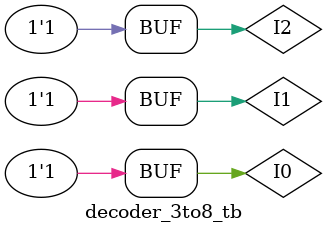
<source format=v>
module decoder_3to8(I0, I1, I2, Y0, Y1, Y2, Y3, Y4, Y5, Y6, Y7);

input I0, I1, I2;
output Y0, Y1, Y2, Y3, Y4, Y5, Y6, Y7;
wire I0not, I1not, I2not;

not g1(I0not, I0);
not g2(I1not, I1);
not g3(I2not, I2);

and g4(Y0, I2not, I1not, I0not);
and g5(Y1, I2not, I1not, I0);
and g6(Y2, I2not, I1, I0not);
and g7(Y3, I2not, I1, I0);
and g8(Y4, I2, I1not, I0not);
and g9(Y5, I2, I1not, I0);
and g10(Y6, I2, I1, I0not);
and g11(Y7, I2, I1, I0);

endmodule

module decoder_3to8_tb;

reg I0, I1, I2;
wire Y0, Y1, Y2, Y3, Y4, Y5, Y6, Y7;

decoder_3to8 i1(I0, I1, I2, Y0, Y1, Y2, Y3, Y4, Y5, Y6, Y7);

initial
begin
	I2=1'b0; I1=1'b0; I0=1'b0;
	$monitor("Time:%f, S3S2S1=%b%b%b, Y7-Y0=%b%b%b%b%b%b%b%b", $time,I2, I1, I0, Y7, Y6, Y5, Y4, Y3, Y2, Y1, Y0);
	#5 I2=1'b0; I1=1'b1; I0=1'b0;
	#5 I2=1'b0; I1=1'b0; I0=1'b1;
	#5 I2=1'b1; I1=1'b0; I0=1'b0;
	#5 I2=1'b1; I1=1'b1; I0=1'b1;
end

endmodule
</source>
